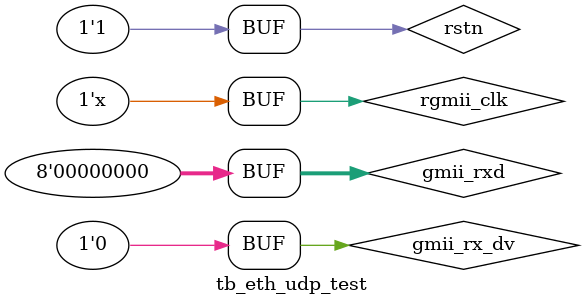
<source format=v>
`timescale 1ns / 1ps

module tb_eth_udp_test();

    // Parameters
    localparam CLK_PERIOD = 20; // Clock period in ns

    // Inputs
    reg rgmii_clk = 0;
    reg rstn = 0;
    reg gmii_rx_dv = 0;
    reg [7:0] gmii_rxd = 0;

    // Outputs
    wire gmii_tx_en;
    wire [7:0] gmii_txd;
    wire udp_rec_data_valid;
    wire [7:0] udp_rec_rdata;
    wire [15:0] udp_rec_data_length;

    GTP_GRS GRS_INST(
        .GRS_N(1'b1)
        ) ;
    // Instantiate DUT
    eth_udp_test #(
        .LOCAL_MAC(48'h11_11_11_11_11_11),
        .LOCAL_IP(32'hC0_A8_01_6E),
        .LOCL_PORT(16'h8080),
        .DEST_IP(32'hC0_A8_01_69),
        .DEST_PORT(16'h8080)
    ) dut (
        .rgmii_clk(rgmii_clk),
        .rstn(rstn),
        .gmii_rx_dv(gmii_rx_dv),
        .gmii_rxd(gmii_rxd),
        .gmii_tx_en(gmii_tx_en),
        .gmii_txd(gmii_txd),
        .udp_rec_data_valid(udp_rec_data_valid),
        .udp_rec_rdata(udp_rec_rdata),
        .udp_rec_data_length(udp_rec_data_length)
    );

    // Clock generation
    always #(CLK_PERIOD / 2) rgmii_clk = ~rgmii_clk;

    // Initial stimulus
    initial begin
        // Reset
        rstn = 0;
        #10;
        rstn = 1;

        // Add your test stimulus here
        // gmii_rx_dv, gmii_rxd should be driven accordingly

        // Monitor outputs
        $monitor("Time=%0t, gmii_tx_en=%b, gmii_txd=%h, udp_rec_data_valid=%b, udp_rec_rdata=%h, udp_rec_data_length=%d", $time, gmii_tx_en, gmii_txd, udp_rec_data_valid, udp_rec_rdata, udp_rec_data_length);
        
        // End simulation after some time
        #1000;
        //$finish;
    end

endmodule

</source>
